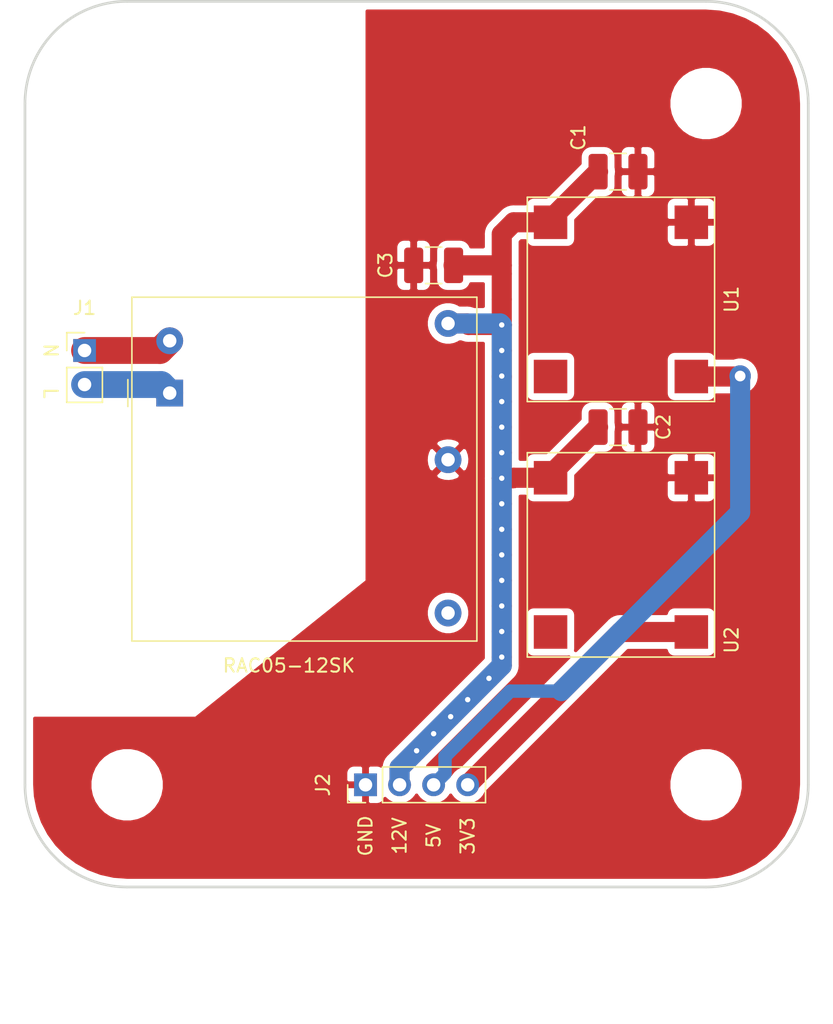
<source format=kicad_pcb>
(kicad_pcb (version 20171130) (host pcbnew "(5.1.2)-1")

  (general
    (thickness 1.6)
    (drawings 16)
    (tracks 89)
    (zones 0)
    (modules 12)
    (nets 10)
  )

  (page A4)
  (layers
    (0 F.Cu signal)
    (31 B.Cu signal)
    (32 B.Adhes user)
    (33 F.Adhes user)
    (34 B.Paste user)
    (35 F.Paste user)
    (36 B.SilkS user)
    (37 F.SilkS user)
    (38 B.Mask user)
    (39 F.Mask user)
    (40 Dwgs.User user)
    (41 Cmts.User user)
    (42 Eco1.User user)
    (43 Eco2.User user)
    (44 Edge.Cuts user)
    (45 Margin user)
    (46 B.CrtYd user)
    (47 F.CrtYd user)
    (48 B.Fab user)
    (49 F.Fab user)
  )

  (setup
    (last_trace_width 0.25)
    (trace_clearance 0.2)
    (zone_clearance 0.508)
    (zone_45_only no)
    (trace_min 0.2)
    (via_size 0.8)
    (via_drill 0.4)
    (via_min_size 0.4)
    (via_min_drill 0.3)
    (uvia_size 0.3)
    (uvia_drill 0.1)
    (uvias_allowed no)
    (uvia_min_size 0.2)
    (uvia_min_drill 0.1)
    (edge_width 0.05)
    (segment_width 0.2)
    (pcb_text_width 0.3)
    (pcb_text_size 1.5 1.5)
    (mod_edge_width 0.12)
    (mod_text_size 1 1)
    (mod_text_width 0.15)
    (pad_size 2.5 2.5)
    (pad_drill 0)
    (pad_to_mask_clearance 0.051)
    (solder_mask_min_width 0.25)
    (aux_axis_origin 0 0)
    (visible_elements 7FFFFFFF)
    (pcbplotparams
      (layerselection 0x010fc_ffffffff)
      (usegerberextensions false)
      (usegerberattributes false)
      (usegerberadvancedattributes false)
      (creategerberjobfile false)
      (excludeedgelayer true)
      (linewidth 0.100000)
      (plotframeref false)
      (viasonmask false)
      (mode 1)
      (useauxorigin false)
      (hpglpennumber 1)
      (hpglpenspeed 20)
      (hpglpendiameter 15.000000)
      (psnegative false)
      (psa4output false)
      (plotreference true)
      (plotvalue true)
      (plotinvisibletext false)
      (padsonsilk false)
      (subtractmaskfromsilk false)
      (outputformat 1)
      (mirror false)
      (drillshape 0)
      (scaleselection 1)
      (outputdirectory "GERBERS/"))
  )

  (net 0 "")
  (net 1 N)
  (net 2 L)
  (net 3 +5V)
  (net 4 GND)
  (net 5 +12V)
  (net 6 "Net-(PS1-Pad3)")
  (net 7 "Net-(U1-Pad4)")
  (net 8 +3V3)
  (net 9 "Net-(U2-Pad4)")

  (net_class Default "This is the default net class."
    (clearance 0.2)
    (trace_width 0.25)
    (via_dia 0.8)
    (via_drill 0.4)
    (uvia_dia 0.3)
    (uvia_drill 0.1)
    (add_net "Net-(PS1-Pad3)")
    (add_net "Net-(U1-Pad4)")
    (add_net "Net-(U2-Pad4)")
  )

  (net_class MAINS ""
    (clearance 0.2)
    (trace_width 2)
    (via_dia 0.8)
    (via_drill 0.4)
    (uvia_dia 0.3)
    (uvia_drill 0.1)
    (add_net L)
    (add_net N)
  )

  (net_class PWR ""
    (clearance 0.2)
    (trace_width 1.5)
    (via_dia 0.8)
    (via_drill 0.4)
    (uvia_dia 0.3)
    (uvia_drill 0.1)
    (add_net +12V)
    (add_net +3V3)
    (add_net +5V)
    (add_net GND)
  )

  (module MountingHole:MountingHole_4.3mm_M4 (layer F.Cu) (tedit 56D1B4CB) (tstamp 5CE84AA2)
    (at 119.38 58.42)
    (descr "Mounting Hole 4.3mm, no annular, M4")
    (tags "mounting hole 4.3mm no annular m4")
    (attr virtual)
    (fp_text reference REF** (at 0 -5.3) (layer F.Fab)
      (effects (font (size 1 1) (thickness 0.15)))
    )
    (fp_text value MountingHole_4.3mm_M4 (at 0 5.3) (layer F.Fab)
      (effects (font (size 1 1) (thickness 0.15)))
    )
    (fp_circle (center 0 0) (end 4.55 0) (layer F.CrtYd) (width 0.05))
    (fp_circle (center 0 0) (end 4.3 0) (layer Cmts.User) (width 0.15))
    (fp_text user %R (at 0.3 0) (layer F.Fab)
      (effects (font (size 1 1) (thickness 0.15)))
    )
    (pad 1 np_thru_hole circle (at 0 0) (size 4.3 4.3) (drill 4.3) (layers *.Cu *.Mask))
  )

  (module MountingHole:MountingHole_4.3mm_M4 (layer F.Cu) (tedit 56D1B4CB) (tstamp 5CE84AF9)
    (at 119.38 109.22)
    (descr "Mounting Hole 4.3mm, no annular, M4")
    (tags "mounting hole 4.3mm no annular m4")
    (attr virtual)
    (fp_text reference REF** (at 0 -5.3) (layer F.Fab)
      (effects (font (size 1 1) (thickness 0.15)))
    )
    (fp_text value MountingHole_4.3mm_M4 (at 0 5.3) (layer F.Fab)
      (effects (font (size 1 1) (thickness 0.15)))
    )
    (fp_circle (center 0 0) (end 4.55 0) (layer F.CrtYd) (width 0.05))
    (fp_circle (center 0 0) (end 4.3 0) (layer Cmts.User) (width 0.15))
    (fp_text user %R (at 0.3 0) (layer F.Fab)
      (effects (font (size 1 1) (thickness 0.15)))
    )
    (pad 1 np_thru_hole circle (at 0 0) (size 4.3 4.3) (drill 4.3) (layers *.Cu *.Mask))
  )

  (module MountingHole:MountingHole_4.3mm_M4 (layer F.Cu) (tedit 56D1B4CB) (tstamp 5CE84ADC)
    (at 76.2 109.22)
    (descr "Mounting Hole 4.3mm, no annular, M4")
    (tags "mounting hole 4.3mm no annular m4")
    (attr virtual)
    (fp_text reference REF** (at 0 -5.3) (layer F.Fab)
      (effects (font (size 1 1) (thickness 0.15)))
    )
    (fp_text value MountingHole_4.3mm_M4 (at 0 5.3) (layer F.Fab)
      (effects (font (size 1 1) (thickness 0.15)))
    )
    (fp_circle (center 0 0) (end 4.55 0) (layer F.CrtYd) (width 0.05))
    (fp_circle (center 0 0) (end 4.3 0) (layer Cmts.User) (width 0.15))
    (fp_text user %R (at 0.3 0) (layer F.Fab)
      (effects (font (size 1 1) (thickness 0.15)))
    )
    (pad 1 np_thru_hole circle (at 0 0) (size 4.3 4.3) (drill 4.3) (layers *.Cu *.Mask))
  )

  (module MountingHole:MountingHole_4.3mm_M4 (layer F.Cu) (tedit 56D1B4CB) (tstamp 5CE84ABF)
    (at 76.2 58.42)
    (descr "Mounting Hole 4.3mm, no annular, M4")
    (tags "mounting hole 4.3mm no annular m4")
    (attr virtual)
    (fp_text reference REF** (at 0 -5.3) (layer F.Fab)
      (effects (font (size 1 1) (thickness 0.15)))
    )
    (fp_text value MountingHole_4.3mm_M4 (at 0 5.3) (layer F.Fab)
      (effects (font (size 1 1) (thickness 0.15)))
    )
    (fp_circle (center 0 0) (end 4.55 0) (layer F.CrtYd) (width 0.05))
    (fp_circle (center 0 0) (end 4.3 0) (layer Cmts.User) (width 0.15))
    (fp_text user %R (at 0.3 0) (layer F.Fab)
      (effects (font (size 1 1) (thickness 0.15)))
    )
    (pad 1 np_thru_hole circle (at 0 0) (size 4.3 4.3) (drill 4.3) (layers *.Cu *.Mask))
  )

  (module Capacitor_SMD:C_1210_3225Metric_Pad1.42x2.65mm_HandSolder (layer F.Cu) (tedit 5B301BBE) (tstamp 5CEED142)
    (at 112.8125 63.5)
    (descr "Capacitor SMD 1210 (3225 Metric), square (rectangular) end terminal, IPC_7351 nominal with elongated pad for handsoldering. (Body size source: http://www.tortai-tech.com/upload/download/2011102023233369053.pdf), generated with kicad-footprint-generator")
    (tags "capacitor handsolder")
    (path /5CE85F06)
    (attr smd)
    (fp_text reference C1 (at -2.9575 -2.54 90) (layer F.SilkS)
      (effects (font (size 1 1) (thickness 0.15)))
    )
    (fp_text value 10uF (at 0 2.28) (layer F.Fab)
      (effects (font (size 1 1) (thickness 0.15)))
    )
    (fp_line (start -1.6 1.25) (end -1.6 -1.25) (layer F.Fab) (width 0.1))
    (fp_line (start -1.6 -1.25) (end 1.6 -1.25) (layer F.Fab) (width 0.1))
    (fp_line (start 1.6 -1.25) (end 1.6 1.25) (layer F.Fab) (width 0.1))
    (fp_line (start 1.6 1.25) (end -1.6 1.25) (layer F.Fab) (width 0.1))
    (fp_line (start -0.602064 -1.36) (end 0.602064 -1.36) (layer F.SilkS) (width 0.12))
    (fp_line (start -0.602064 1.36) (end 0.602064 1.36) (layer F.SilkS) (width 0.12))
    (fp_line (start -2.45 1.58) (end -2.45 -1.58) (layer F.CrtYd) (width 0.05))
    (fp_line (start -2.45 -1.58) (end 2.45 -1.58) (layer F.CrtYd) (width 0.05))
    (fp_line (start 2.45 -1.58) (end 2.45 1.58) (layer F.CrtYd) (width 0.05))
    (fp_line (start 2.45 1.58) (end -2.45 1.58) (layer F.CrtYd) (width 0.05))
    (fp_text user %R (at 0 0) (layer F.Fab)
      (effects (font (size 0.8 0.8) (thickness 0.12)))
    )
    (pad 1 smd roundrect (at -1.4875 0) (size 1.425 2.65) (layers F.Cu F.Paste F.Mask) (roundrect_rratio 0.175439)
      (net 5 +12V))
    (pad 2 smd roundrect (at 1.4875 0) (size 1.425 2.65) (layers F.Cu F.Paste F.Mask) (roundrect_rratio 0.175439)
      (net 4 GND))
    (model ${KISYS3DMOD}/Capacitor_SMD.3dshapes/C_1210_3225Metric.wrl
      (at (xyz 0 0 0))
      (scale (xyz 1 1 1))
      (rotate (xyz 0 0 0))
    )
  )

  (module Capacitor_SMD:C_1210_3225Metric_Pad1.42x2.65mm_HandSolder (layer F.Cu) (tedit 5B301BBE) (tstamp 5CEED153)
    (at 112.8125 82.55)
    (descr "Capacitor SMD 1210 (3225 Metric), square (rectangular) end terminal, IPC_7351 nominal with elongated pad for handsoldering. (Body size source: http://www.tortai-tech.com/upload/download/2011102023233369053.pdf), generated with kicad-footprint-generator")
    (tags "capacitor handsolder")
    (path /5CE864CB)
    (attr smd)
    (fp_text reference C2 (at 3.3925 0 90) (layer F.SilkS)
      (effects (font (size 1 1) (thickness 0.15)))
    )
    (fp_text value 10uF (at 0 2.28) (layer F.Fab)
      (effects (font (size 1 1) (thickness 0.15)))
    )
    (fp_text user %R (at 0 0) (layer F.Fab)
      (effects (font (size 0.8 0.8) (thickness 0.12)))
    )
    (fp_line (start 2.45 1.58) (end -2.45 1.58) (layer F.CrtYd) (width 0.05))
    (fp_line (start 2.45 -1.58) (end 2.45 1.58) (layer F.CrtYd) (width 0.05))
    (fp_line (start -2.45 -1.58) (end 2.45 -1.58) (layer F.CrtYd) (width 0.05))
    (fp_line (start -2.45 1.58) (end -2.45 -1.58) (layer F.CrtYd) (width 0.05))
    (fp_line (start -0.602064 1.36) (end 0.602064 1.36) (layer F.SilkS) (width 0.12))
    (fp_line (start -0.602064 -1.36) (end 0.602064 -1.36) (layer F.SilkS) (width 0.12))
    (fp_line (start 1.6 1.25) (end -1.6 1.25) (layer F.Fab) (width 0.1))
    (fp_line (start 1.6 -1.25) (end 1.6 1.25) (layer F.Fab) (width 0.1))
    (fp_line (start -1.6 -1.25) (end 1.6 -1.25) (layer F.Fab) (width 0.1))
    (fp_line (start -1.6 1.25) (end -1.6 -1.25) (layer F.Fab) (width 0.1))
    (pad 2 smd roundrect (at 1.4875 0) (size 1.425 2.65) (layers F.Cu F.Paste F.Mask) (roundrect_rratio 0.175439)
      (net 4 GND))
    (pad 1 smd roundrect (at -1.4875 0) (size 1.425 2.65) (layers F.Cu F.Paste F.Mask) (roundrect_rratio 0.175439)
      (net 5 +12V))
    (model ${KISYS3DMOD}/Capacitor_SMD.3dshapes/C_1210_3225Metric.wrl
      (at (xyz 0 0 0))
      (scale (xyz 1 1 1))
      (rotate (xyz 0 0 0))
    )
  )

  (module Capacitor_SMD:C_1210_3225Metric_Pad1.42x2.65mm_HandSolder (layer F.Cu) (tedit 5B301BBE) (tstamp 5CEED164)
    (at 99.06 70.485 180)
    (descr "Capacitor SMD 1210 (3225 Metric), square (rectangular) end terminal, IPC_7351 nominal with elongated pad for handsoldering. (Body size source: http://www.tortai-tech.com/upload/download/2011102023233369053.pdf), generated with kicad-footprint-generator")
    (tags "capacitor handsolder")
    (path /5CE89A6A)
    (attr smd)
    (fp_text reference C3 (at 3.5925 0 90) (layer F.SilkS)
      (effects (font (size 1 1) (thickness 0.15)))
    )
    (fp_text value 10uF (at 0 2.28) (layer F.Fab)
      (effects (font (size 1 1) (thickness 0.15)))
    )
    (fp_line (start -1.6 1.25) (end -1.6 -1.25) (layer F.Fab) (width 0.1))
    (fp_line (start -1.6 -1.25) (end 1.6 -1.25) (layer F.Fab) (width 0.1))
    (fp_line (start 1.6 -1.25) (end 1.6 1.25) (layer F.Fab) (width 0.1))
    (fp_line (start 1.6 1.25) (end -1.6 1.25) (layer F.Fab) (width 0.1))
    (fp_line (start -0.602064 -1.36) (end 0.602064 -1.36) (layer F.SilkS) (width 0.12))
    (fp_line (start -0.602064 1.36) (end 0.602064 1.36) (layer F.SilkS) (width 0.12))
    (fp_line (start -2.45 1.58) (end -2.45 -1.58) (layer F.CrtYd) (width 0.05))
    (fp_line (start -2.45 -1.58) (end 2.45 -1.58) (layer F.CrtYd) (width 0.05))
    (fp_line (start 2.45 -1.58) (end 2.45 1.58) (layer F.CrtYd) (width 0.05))
    (fp_line (start 2.45 1.58) (end -2.45 1.58) (layer F.CrtYd) (width 0.05))
    (fp_text user %R (at 0 0) (layer F.Fab)
      (effects (font (size 0.8 0.8) (thickness 0.12)))
    )
    (pad 1 smd roundrect (at -1.4875 0 180) (size 1.425 2.65) (layers F.Cu F.Paste F.Mask) (roundrect_rratio 0.175439)
      (net 5 +12V))
    (pad 2 smd roundrect (at 1.4875 0 180) (size 1.425 2.65) (layers F.Cu F.Paste F.Mask) (roundrect_rratio 0.175439)
      (net 4 GND))
    (model ${KISYS3DMOD}/Capacitor_SMD.3dshapes/C_1210_3225Metric.wrl
      (at (xyz 0 0 0))
      (scale (xyz 1 1 1))
      (rotate (xyz 0 0 0))
    )
  )

  (module Connector_PinHeader_2.54mm:PinHeader_1x02_P2.54mm_Vertical (layer F.Cu) (tedit 59FED5CC) (tstamp 5CEED17A)
    (at 73.025 76.835)
    (descr "Through hole straight pin header, 1x02, 2.54mm pitch, single row")
    (tags "Through hole pin header THT 1x02 2.54mm single row")
    (path /5CE5DFCD)
    (fp_text reference J1 (at 0 -3.175) (layer F.SilkS)
      (effects (font (size 1 1) (thickness 0.15)))
    )
    (fp_text value Conn_01x02 (at 0 4.87) (layer F.Fab)
      (effects (font (size 1 1) (thickness 0.15)))
    )
    (fp_line (start -0.635 -1.27) (end 1.27 -1.27) (layer F.Fab) (width 0.1))
    (fp_line (start 1.27 -1.27) (end 1.27 3.81) (layer F.Fab) (width 0.1))
    (fp_line (start 1.27 3.81) (end -1.27 3.81) (layer F.Fab) (width 0.1))
    (fp_line (start -1.27 3.81) (end -1.27 -0.635) (layer F.Fab) (width 0.1))
    (fp_line (start -1.27 -0.635) (end -0.635 -1.27) (layer F.Fab) (width 0.1))
    (fp_line (start -1.33 3.87) (end 1.33 3.87) (layer F.SilkS) (width 0.12))
    (fp_line (start -1.33 1.27) (end -1.33 3.87) (layer F.SilkS) (width 0.12))
    (fp_line (start 1.33 1.27) (end 1.33 3.87) (layer F.SilkS) (width 0.12))
    (fp_line (start -1.33 1.27) (end 1.33 1.27) (layer F.SilkS) (width 0.12))
    (fp_line (start -1.33 0) (end -1.33 -1.33) (layer F.SilkS) (width 0.12))
    (fp_line (start -1.33 -1.33) (end 0 -1.33) (layer F.SilkS) (width 0.12))
    (fp_line (start -1.8 -1.8) (end -1.8 4.35) (layer F.CrtYd) (width 0.05))
    (fp_line (start -1.8 4.35) (end 1.8 4.35) (layer F.CrtYd) (width 0.05))
    (fp_line (start 1.8 4.35) (end 1.8 -1.8) (layer F.CrtYd) (width 0.05))
    (fp_line (start 1.8 -1.8) (end -1.8 -1.8) (layer F.CrtYd) (width 0.05))
    (fp_text user %R (at 0 1.27 90) (layer F.Fab)
      (effects (font (size 1 1) (thickness 0.15)))
    )
    (pad 1 thru_hole rect (at 0 0) (size 1.7 1.7) (drill 1) (layers *.Cu *.Mask)
      (net 1 N))
    (pad 2 thru_hole oval (at 0 2.54) (size 1.7 1.7) (drill 1) (layers *.Cu *.Mask)
      (net 2 L))
    (model ${KISYS3DMOD}/Connector_PinHeader_2.54mm.3dshapes/PinHeader_1x02_P2.54mm_Vertical.wrl
      (at (xyz 0 0 0))
      (scale (xyz 1 1 1))
      (rotate (xyz 0 0 0))
    )
  )

  (module Connector_PinHeader_2.54mm:PinHeader_1x04_P2.54mm_Vertical (layer F.Cu) (tedit 59FED5CC) (tstamp 5CEED192)
    (at 93.98 109.22 90)
    (descr "Through hole straight pin header, 1x04, 2.54mm pitch, single row")
    (tags "Through hole pin header THT 1x04 2.54mm single row")
    (path /5CE6D22F)
    (fp_text reference J2 (at 0 -3.175 90) (layer F.SilkS)
      (effects (font (size 1 1) (thickness 0.15)))
    )
    (fp_text value GND (at -3.81 0 270) (layer F.SilkS)
      (effects (font (size 1 1) (thickness 0.15)))
    )
    (fp_line (start -0.635 -1.27) (end 1.27 -1.27) (layer F.Fab) (width 0.1))
    (fp_line (start 1.27 -1.27) (end 1.27 8.89) (layer F.Fab) (width 0.1))
    (fp_line (start 1.27 8.89) (end -1.27 8.89) (layer F.Fab) (width 0.1))
    (fp_line (start -1.27 8.89) (end -1.27 -0.635) (layer F.Fab) (width 0.1))
    (fp_line (start -1.27 -0.635) (end -0.635 -1.27) (layer F.Fab) (width 0.1))
    (fp_line (start -1.33 8.95) (end 1.33 8.95) (layer F.SilkS) (width 0.12))
    (fp_line (start -1.33 1.27) (end -1.33 8.95) (layer F.SilkS) (width 0.12))
    (fp_line (start 1.33 1.27) (end 1.33 8.95) (layer F.SilkS) (width 0.12))
    (fp_line (start -1.33 1.27) (end 1.33 1.27) (layer F.SilkS) (width 0.12))
    (fp_line (start -1.33 0) (end -1.33 -1.33) (layer F.SilkS) (width 0.12))
    (fp_line (start -1.33 -1.33) (end 0 -1.33) (layer F.SilkS) (width 0.12))
    (fp_line (start -1.8 -1.8) (end -1.8 9.4) (layer F.CrtYd) (width 0.05))
    (fp_line (start -1.8 9.4) (end 1.8 9.4) (layer F.CrtYd) (width 0.05))
    (fp_line (start 1.8 9.4) (end 1.8 -1.8) (layer F.CrtYd) (width 0.05))
    (fp_line (start 1.8 -1.8) (end -1.8 -1.8) (layer F.CrtYd) (width 0.05))
    (fp_text user %R (at 0 3.81) (layer F.Fab)
      (effects (font (size 1 1) (thickness 0.15)))
    )
    (pad 1 thru_hole rect (at 0 0 90) (size 1.7 1.7) (drill 1) (layers *.Cu *.Mask)
      (net 4 GND))
    (pad 2 thru_hole oval (at 0 2.54 90) (size 1.7 1.7) (drill 1) (layers *.Cu *.Mask)
      (net 5 +12V))
    (pad 3 thru_hole oval (at 0 5.08 90) (size 1.7 1.7) (drill 1) (layers *.Cu *.Mask)
      (net 3 +5V))
    (pad 4 thru_hole oval (at 0 7.62 90) (size 1.7 1.7) (drill 1) (layers *.Cu *.Mask)
      (net 8 +3V3))
    (model ${KISYS3DMOD}/Connector_PinHeader_2.54mm.3dshapes/PinHeader_1x04_P2.54mm_Vertical.wrl
      (at (xyz 0 0 0))
      (scale (xyz 1 1 1))
      (rotate (xyz 0 0 0))
    )
  )

  (module Converter_ACDC:Converter_ACDC_RECOM_RAC05-xxSK_THT (layer F.Cu) (tedit 5C1D09C1) (tstamp 5CEED1AC)
    (at 79.375 80.01 180)
    (descr https://www.recom-power.com/pdf/Powerline-AC-DC/RAC05-K.pdf)
    (tags "recom power ac dc")
    (path /5CE5B5F6)
    (fp_text reference RAC05-12SK (at -8.89 -20.32 180) (layer F.SilkS)
      (effects (font (size 1 1) (thickness 0.15)))
    )
    (fp_text value RAC05-12SK (at -8.14 -5.63 90) (layer F.Fab)
      (effects (font (size 1 1) (thickness 0.15)))
    )
    (fp_line (start 2.82 7.15) (end 2.82 -18.49) (layer F.SilkS) (width 0.12))
    (fp_line (start 2.82 -18.49) (end -22.91 -18.49) (layer F.SilkS) (width 0.12))
    (fp_line (start -22.91 -18.49) (end -22.91 7.15) (layer F.SilkS) (width 0.12))
    (fp_line (start 2.82 7.15) (end -22.91 7.15) (layer F.SilkS) (width 0.12))
    (fp_line (start -23.16 7.4) (end 3.07 7.4) (layer F.CrtYd) (width 0.05))
    (fp_line (start -23.16 -18.74) (end -23.16 7.4) (layer F.CrtYd) (width 0.05))
    (fp_line (start 3.07 -18.74) (end -23.16 -18.74) (layer F.CrtYd) (width 0.05))
    (fp_line (start 3.07 -18.74) (end 3.07 7.4) (layer F.CrtYd) (width 0.05))
    (fp_line (start -22.79 -18.37) (end -22.79 7.03) (layer F.Fab) (width 0.1))
    (fp_line (start 2.7 -18.37) (end -22.79 -18.37) (layer F.Fab) (width 0.1))
    (fp_line (start 2.7 7.03) (end -22.79 7.03) (layer F.Fab) (width 0.1))
    (fp_line (start 2.7 7.03) (end 2.7 1) (layer F.Fab) (width 0.1))
    (fp_text user %R (at -10.64 -5.57 90) (layer F.Fab)
      (effects (font (size 2 2) (thickness 0.2)))
    )
    (fp_line (start 3.12 1) (end 3.12 -1) (layer F.SilkS) (width 0.12))
    (fp_line (start 2.7 1) (end 1.7 0) (layer F.Fab) (width 0.1))
    (fp_line (start 2.7 -1) (end 1.7 0) (layer F.Fab) (width 0.1))
    (fp_line (start 2.7 -1) (end 2.7 -18.37) (layer F.Fab) (width 0.1))
    (pad 1 thru_hole rect (at 0 0 90) (size 2 2) (drill 1) (layers *.Cu *.Mask)
      (net 2 L))
    (pad 2 thru_hole circle (at 0 3.9 90) (size 2 2) (drill 1) (layers *.Cu *.Mask)
      (net 1 N))
    (pad 4 thru_hole circle (at -20.76 -4.97 90) (size 2 2) (drill 1) (layers *.Cu *.Mask)
      (net 4 GND))
    (pad 3 thru_hole circle (at -20.76 -16.4) (size 2 2) (drill 1) (layers *.Cu *.Mask)
      (net 6 "Net-(PS1-Pad3)"))
    (pad 5 thru_hole circle (at -20.76 5.19 90) (size 2 2) (drill 1) (layers *.Cu *.Mask)
      (net 5 +12V))
    (model "C:/Users/jhill/Documents/KiCad/Generic RECOM/3D/RAC05-SK_3D_20180213.step"
      (offset (xyz -10 5.5 0))
      (scale (xyz 1 1 1))
      (rotate (xyz -90 0 0))
    )
  )

  (module RECOM:ROF-78E (layer F.Cu) (tedit 5CE5AA6D) (tstamp 5CEED1BC)
    (at 113.03 73.025)
    (path /5CE5C9E1)
    (fp_text reference U1 (at 8.255 0 90) (layer F.SilkS)
      (effects (font (size 1 1) (thickness 0.15)))
    )
    (fp_text value ROF-78E5.0-0.5 (at 0 0) (layer F.Fab)
      (effects (font (size 1 1) (thickness 0.15)))
    )
    (fp_line (start -6.25 -6.75) (end -6.25 6.75) (layer F.CrtYd) (width 0.12))
    (fp_line (start -6.25 6.75) (end 6.25 6.75) (layer F.CrtYd) (width 0.12))
    (fp_line (start 6.25 6.75) (end 6.25 -6.75) (layer F.CrtYd) (width 0.12))
    (fp_line (start 6.25 -6.75) (end -6.25 -6.75) (layer F.CrtYd) (width 0.12))
    (fp_line (start -6.985 -7.62) (end -6.985 7.62) (layer F.SilkS) (width 0.12))
    (fp_line (start -6.985 7.62) (end 6.985 7.62) (layer F.SilkS) (width 0.12))
    (fp_line (start 6.985 7.62) (end 6.985 -7.62) (layer F.SilkS) (width 0.12))
    (fp_line (start 6.985 -7.62) (end -6.985 -7.62) (layer F.SilkS) (width 0.12))
    (pad 1 smd rect (at -5.25 -5.75) (size 2.5 2.5) (layers F.Cu F.Paste F.Mask)
      (net 5 +12V))
    (pad 4 smd rect (at -5.25 5.75) (size 2.5 2.5) (layers F.Cu F.Paste F.Mask)
      (net 7 "Net-(U1-Pad4)"))
    (pad 3 smd rect (at 5.25 5.75) (size 2.5 2.5) (layers F.Cu F.Paste F.Mask)
      (net 3 +5V))
    (pad 2 smd rect (at 5.25 -5.75) (size 2.5 2.5) (layers F.Cu F.Paste F.Mask)
      (net 4 GND))
    (model "C:/Users/jhill/Documents/KiCad/Generic RECOM/3D/ROF-78E.stp"
      (offset (xyz 0 0 1.1))
      (scale (xyz 1 1 1))
      (rotate (xyz -90 0 0))
    )
  )

  (module RECOM:ROF-78E (layer F.Cu) (tedit 5CEED96B) (tstamp 5CEED1CC)
    (at 113.03 92.075)
    (path /5CE69717)
    (fp_text reference U2 (at 8.255 6.35 90) (layer F.SilkS)
      (effects (font (size 1 1) (thickness 0.15)))
    )
    (fp_text value ROF-78E3.3-0.5 (at 0 0) (layer F.Fab)
      (effects (font (size 1 1) (thickness 0.15)))
    )
    (fp_line (start 6.985 -7.62) (end -6.985 -7.62) (layer F.SilkS) (width 0.12))
    (fp_line (start 6.985 7.62) (end 6.985 -7.62) (layer F.SilkS) (width 0.12))
    (fp_line (start -6.985 7.62) (end 6.985 7.62) (layer F.SilkS) (width 0.12))
    (fp_line (start -6.985 -7.62) (end -6.985 7.62) (layer F.SilkS) (width 0.12))
    (fp_line (start 6.25 -6.75) (end -6.25 -6.75) (layer F.CrtYd) (width 0.12))
    (fp_line (start 6.25 6.75) (end 6.25 -6.75) (layer F.CrtYd) (width 0.12))
    (fp_line (start -6.25 6.75) (end 6.25 6.75) (layer F.CrtYd) (width 0.12))
    (fp_line (start -6.25 -6.75) (end -6.25 6.75) (layer F.CrtYd) (width 0.12))
    (pad 2 smd rect (at 5.25 -5.75) (size 2.5 2.5) (layers F.Cu F.Paste F.Mask)
      (net 4 GND))
    (pad 3 smd rect (at 5.25 5.75) (size 2.5 2.5) (layers F.Cu F.Paste F.Mask)
      (net 8 +3V3))
    (pad 4 smd rect (at -5.25 5.75) (size 2.5 2.5) (layers F.Cu F.Paste F.Mask)
      (net 9 "Net-(U2-Pad4)"))
    (pad 1 smd rect (at -5.25 -5.75) (size 2.5 2.5) (layers F.Cu F.Paste F.Mask)
      (net 5 +12V))
    (model "C:/Users/jhill/Documents/KiCad/Generic RECOM/3D/ROF-78E.stp"
      (offset (xyz 0 0 1.1))
      (scale (xyz 1 1 1))
      (rotate (xyz -90 0 0))
    )
  )

  (gr_text N (at 70.485 76.835 270) (layer F.SilkS) (tstamp 5CEEE79E)
    (effects (font (size 1 1) (thickness 0.15)))
  )
  (gr_text L (at 70.485 80.01 270) (layer F.SilkS)
    (effects (font (size 1 1) (thickness 0.15)))
  )
  (gr_text 3V3 (at 101.6 113.03 90) (layer F.SilkS) (tstamp 5CEEE67D)
    (effects (font (size 1 1) (thickness 0.15)))
  )
  (gr_text 5V (at 99.06 113.03 90) (layer F.SilkS) (tstamp 5CEEE67D)
    (effects (font (size 1 1) (thickness 0.15)))
  )
  (gr_text 12V (at 96.52 113.03 90) (layer F.SilkS)
    (effects (font (size 1 1) (thickness 0.15)))
  )
  (gr_line (start 68.58 58.42) (end 68.58 109.22) (layer Edge.Cuts) (width 0.2) (tstamp 5CE84B92))
  (gr_line (start 127 109.22) (end 127 58.42) (layer Edge.Cuts) (width 0.2) (tstamp 5CE84B91))
  (gr_line (start 76.2 116.84) (end 119.38 116.84) (layer Edge.Cuts) (width 0.2) (tstamp 5CE84B90))
  (gr_line (start 119.38 50.8) (end 76.2 50.8) (layer Edge.Cuts) (width 0.2) (tstamp 5CE84B8F))
  (gr_arc (start 76.2 109.22) (end 68.58 109.22) (angle -90) (layer Edge.Cuts) (width 0.2))
  (gr_arc (start 76.2 58.42) (end 76.2 50.8) (angle -90) (layer Edge.Cuts) (width 0.2))
  (gr_arc (start 119.38 109.22) (end 119.38 116.84) (angle -90) (layer Edge.Cuts) (width 0.2))
  (gr_arc (start 119.38 58.42) (end 127 58.42) (angle -90) (layer Edge.Cuts) (width 0.2))
  (gr_line (start 119.38 58.42) (end 119.38 127) (layer F.Fab) (width 0.15))
  (gr_line (start 76.2 58.42) (end 76.2 127) (layer F.Fab) (width 0.15))
  (gr_line (start 119.38 58.42) (end 76.2 58.42) (layer F.Fab) (width 0.15))

  (via (at 121.92 78.74) (size 1.6) (drill 0.8) (layers F.Cu B.Cu) (net 3))
  (segment (start 78.65 76.835) (end 79.375 76.11) (width 2) (layer F.Cu) (net 1))
  (segment (start 73.025 76.835) (end 78.65 76.835) (width 2) (layer F.Cu) (net 1))
  (segment (start 78.74 79.375) (end 79.375 80.01) (width 2) (layer B.Cu) (net 2))
  (segment (start 73.025 79.375) (end 78.74 79.375) (width 2) (layer B.Cu) (net 2))
  (segment (start 121.885 78.775) (end 121.92 78.74) (width 1.5) (layer F.Cu) (net 3))
  (segment (start 118.28 78.775) (end 121.885 78.775) (width 1.5) (layer F.Cu) (net 3))
  (segment (start 99.909999 108.370001) (end 99.909999 107.100001) (width 1) (layer B.Cu) (net 3))
  (segment (start 104.775 102.235) (end 106.045 102.235) (width 1) (layer B.Cu) (net 3))
  (segment (start 99.909999 107.100001) (end 100.6475 106.3625) (width 1) (layer B.Cu) (net 3))
  (segment (start 99.06 109.22) (end 99.909999 108.370001) (width 1) (layer B.Cu) (net 3))
  (segment (start 121.92 83.185) (end 121.92 78.74) (width 1.5) (layer B.Cu) (net 3))
  (segment (start 108.585 102.235) (end 121.92 88.9) (width 1.5) (layer B.Cu) (net 3))
  (segment (start 121.92 88.9) (end 121.92 83.185) (width 1.5) (layer B.Cu) (net 3))
  (segment (start 108.585 102.235) (end 108.585 102.235) (width 1) (layer B.Cu) (net 3) (tstamp 5CEEDFA1))
  (segment (start 96.52 107.95) (end 96.52 109.22) (width 1.5) (layer F.Cu) (net 5))
  (segment (start 104.14 100.33) (end 103.1875 101.2825) (width 1.5) (layer F.Cu) (net 5))
  (segment (start 104.995 86.36) (end 104.14 86.36) (width 1.5) (layer F.Cu) (net 5))
  (segment (start 105.03 86.325) (end 104.995 86.36) (width 1.5) (layer F.Cu) (net 5))
  (segment (start 107.78 86.325) (end 105.03 86.325) (width 1.5) (layer F.Cu) (net 5))
  (segment (start 104.14 78.825) (end 104.14 80.645) (width 1.5) (layer F.Cu) (net 5))
  (segment (start 104.14 86.36) (end 104.14 88.265) (width 1.5) (layer F.Cu) (net 5))
  (segment (start 105.03 67.275) (end 104.14 68.165) (width 1.5) (layer F.Cu) (net 5))
  (segment (start 107.78 67.275) (end 105.03 67.275) (width 1.5) (layer F.Cu) (net 5))
  (segment (start 101.659213 74.93) (end 102.235 74.93) (width 1.5) (layer F.Cu) (net 5))
  (segment (start 101.549213 74.82) (end 101.659213 74.93) (width 1.5) (layer F.Cu) (net 5))
  (segment (start 100.135 74.82) (end 101.549213 74.82) (width 1.5) (layer F.Cu) (net 5))
  (segment (start 104.14 74.93) (end 104.14 74.93) (width 1.5) (layer F.Cu) (net 5))
  (segment (start 100.5475 70.485) (end 104.14 70.485) (width 1.5) (layer F.Cu) (net 5))
  (segment (start 104.14 68.165) (end 104.14 70.485) (width 1.5) (layer F.Cu) (net 5))
  (segment (start 104.14 70.485) (end 104.14 71.12) (width 1.5) (layer F.Cu) (net 5))
  (segment (start 104.03 74.82) (end 100.135 74.82) (width 1.5) (layer B.Cu) (net 5))
  (segment (start 104.14 74.93) (end 104.03 74.82) (width 1.5) (layer B.Cu) (net 5))
  (segment (start 104.14 100.33) (end 104.14 74.93) (width 1.5) (layer B.Cu) (net 5))
  (segment (start 96.52 109.22) (end 96.52 107.95) (width 1.5) (layer B.Cu) (net 5))
  (segment (start 96.52 107.95) (end 104.14 100.33) (width 1.5) (layer B.Cu) (net 5))
  (segment (start 104.14 74.93) (end 104.14 76.835) (width 1.5) (layer F.Cu) (net 5) (tstamp 5CEEDC9C))
  (via (at 104.14 74.93) (size 0.8) (drill 0.4) (layers F.Cu B.Cu) (net 5))
  (segment (start 104.14 73.025) (end 104.14 74.93) (width 1.5) (layer F.Cu) (net 5) (tstamp 5CEEDCA3))
  (segment (start 104.14 71.12) (end 104.14 73.025) (width 1.5) (layer F.Cu) (net 5) (tstamp 5CEEDCA5))
  (segment (start 104.14 76.835) (end 104.14 78.74) (width 1.5) (layer F.Cu) (net 5) (tstamp 5CEEDCA7))
  (via (at 104.14 76.835) (size 0.8) (drill 0.4) (layers F.Cu B.Cu) (net 5))
  (segment (start 104.14 78.74) (end 104.14 78.825) (width 1.5) (layer F.Cu) (net 5) (tstamp 5CEEDCA9))
  (via (at 104.14 78.74) (size 0.8) (drill 0.4) (layers F.Cu B.Cu) (net 5))
  (segment (start 104.14 80.645) (end 104.14 82.55) (width 1.5) (layer F.Cu) (net 5) (tstamp 5CEEDCAB))
  (via (at 104.14 80.645) (size 0.8) (drill 0.4) (layers F.Cu B.Cu) (net 5))
  (segment (start 104.14 82.55) (end 104.14 84.455) (width 1.5) (layer F.Cu) (net 5) (tstamp 5CEEDCAD))
  (via (at 104.14 82.55) (size 0.8) (drill 0.4) (layers F.Cu B.Cu) (net 5))
  (segment (start 104.14 84.455) (end 104.14 86.36) (width 1.5) (layer F.Cu) (net 5) (tstamp 5CEEDCAF))
  (via (at 104.14 84.455) (size 0.8) (drill 0.4) (layers F.Cu B.Cu) (net 5))
  (segment (start 104.14 86.36) (end 104.14 86.36) (width 1.5) (layer F.Cu) (net 5) (tstamp 5CEEDCB1))
  (via (at 104.14 86.36) (size 0.8) (drill 0.4) (layers F.Cu B.Cu) (net 5))
  (segment (start 104.14 88.265) (end 104.14 90.17) (width 1.5) (layer F.Cu) (net 5) (tstamp 5CEEDCB3))
  (via (at 104.14 88.265) (size 0.8) (drill 0.4) (layers F.Cu B.Cu) (net 5))
  (segment (start 104.14 90.17) (end 104.14 92.075) (width 1.5) (layer F.Cu) (net 5) (tstamp 5CEEDCB5))
  (via (at 104.14 90.17) (size 0.8) (drill 0.4) (layers F.Cu B.Cu) (net 5))
  (segment (start 104.14 92.075) (end 104.14 93.98) (width 1.5) (layer F.Cu) (net 5) (tstamp 5CEEDCB7))
  (via (at 104.14 92.075) (size 0.8) (drill 0.4) (layers F.Cu B.Cu) (net 5))
  (segment (start 104.14 93.98) (end 104.14 95.885) (width 1.5) (layer F.Cu) (net 5) (tstamp 5CEEDCB9))
  (via (at 104.14 93.98) (size 0.8) (drill 0.4) (layers F.Cu B.Cu) (net 5))
  (segment (start 104.14 95.885) (end 104.14 97.79) (width 1.5) (layer F.Cu) (net 5) (tstamp 5CEEDCBB))
  (via (at 104.14 95.885) (size 0.8) (drill 0.4) (layers F.Cu B.Cu) (net 5))
  (segment (start 104.14 97.79) (end 104.14 99.695) (width 1.5) (layer F.Cu) (net 5) (tstamp 5CEEDCBD))
  (via (at 104.14 97.79) (size 0.8) (drill 0.4) (layers F.Cu B.Cu) (net 5))
  (segment (start 104.14 99.695) (end 104.14 100.33) (width 1.5) (layer F.Cu) (net 5) (tstamp 5CEEDCBF))
  (via (at 104.14 99.695) (size 0.8) (drill 0.4) (layers F.Cu B.Cu) (net 5))
  (segment (start 103.1875 101.2825) (end 101.6 102.87) (width 1.5) (layer F.Cu) (net 5) (tstamp 5CEEDCC1))
  (via (at 103.1875 101.2825) (size 0.8) (drill 0.4) (layers F.Cu B.Cu) (net 5))
  (segment (start 101.6 102.87) (end 100.33 104.14) (width 1.5) (layer F.Cu) (net 5) (tstamp 5CEEDCC3))
  (via (at 101.6 102.87) (size 0.8) (drill 0.4) (layers F.Cu B.Cu) (net 5))
  (segment (start 100.33 104.14) (end 99.06 105.41) (width 1.5) (layer F.Cu) (net 5) (tstamp 5CEEDCC5))
  (via (at 100.33 104.14) (size 0.8) (drill 0.4) (layers F.Cu B.Cu) (net 5))
  (segment (start 99.06 105.41) (end 97.79 106.68) (width 1.5) (layer F.Cu) (net 5) (tstamp 5CEEDCC7))
  (via (at 99.06 105.41) (size 0.8) (drill 0.4) (layers F.Cu B.Cu) (net 5))
  (segment (start 97.79 106.68) (end 96.52 107.95) (width 1.5) (layer F.Cu) (net 5) (tstamp 5CEEDCC9))
  (via (at 97.79 106.68) (size 0.8) (drill 0.4) (layers F.Cu B.Cu) (net 5))
  (segment (start 102.235 74.93) (end 104.14 74.93) (width 1.5) (layer F.Cu) (net 5) (tstamp 5CEEDDD2))
  (segment (start 107.78 86.095) (end 111.325 82.55) (width 1.5) (layer F.Cu) (net 5))
  (segment (start 107.78 86.325) (end 107.78 86.095) (width 1.5) (layer F.Cu) (net 5))
  (segment (start 107.78 67.045) (end 111.325 63.5) (width 1.5) (layer F.Cu) (net 5))
  (segment (start 107.78 67.275) (end 107.78 67.045) (width 1.5) (layer F.Cu) (net 5))
  (segment (start 112.995 97.825) (end 101.6 109.22) (width 1.5) (layer F.Cu) (net 8))
  (segment (start 118.28 97.825) (end 112.995 97.825) (width 1.5) (layer F.Cu) (net 8))
  (segment (start 106.045 102.235) (end 108.585 102.235) (width 1) (layer B.Cu) (net 3) (tstamp 5CEEE0C6))
  (segment (start 104.4575 102.5525) (end 104.775 102.235) (width 1) (layer B.Cu) (net 3) (tstamp 5CEEE0C8))
  (segment (start 103.505 103.505) (end 104.4575 102.5525) (width 1) (layer B.Cu) (net 3) (tstamp 5CEEE0CA))
  (segment (start 102.5525 104.4575) (end 103.505 103.505) (width 1) (layer B.Cu) (net 3) (tstamp 5CEEE0CC))
  (segment (start 101.6 105.41) (end 102.5525 104.4575) (width 1) (layer B.Cu) (net 3) (tstamp 5CEEE0CE))
  (segment (start 100.6475 106.3625) (end 101.6 105.41) (width 1) (layer B.Cu) (net 3) (tstamp 5CEEE0D0))

  (zone (net 0) (net_name "") (layers F&B.Cu) (tstamp 0) (hatch edge 0.508)
    (connect_pads (clearance 0.508))
    (min_thickness 0.254)
    (keepout (tracks allowed) (vias allowed) (copperpour not_allowed))
    (fill (arc_segments 32) (thermal_gap 0.508) (thermal_bridge_width 0.508))
    (polygon
      (pts
        (xy 93.98 50.8) (xy 93.98 93.98) (xy 81.28 104.14) (xy 68.58 104.14) (xy 68.58 50.8)
      )
    )
  )
  (zone (net 4) (net_name GND) (layer F.Cu) (tstamp 5CEEE88F) (hatch edge 0.508)
    (connect_pads (clearance 0.508))
    (min_thickness 0.254)
    (fill yes (arc_segments 32) (thermal_gap 0.508) (thermal_bridge_width 0.508))
    (polygon
      (pts
        (xy 68.58 50.8) (xy 68.58 116.84) (xy 127 116.84) (xy 127 50.8)
      )
    )
    (filled_polygon
      (pts
        (xy 120.373615 51.609027) (xy 121.346413 51.823801) (xy 122.278018 52.176754) (xy 123.148916 52.660495) (xy 123.940857 53.264885)
        (xy 124.637257 53.977267) (xy 125.223529 54.782722) (xy 125.687388 55.664373) (xy 126.019115 56.603743) (xy 126.212573 57.585274)
        (xy 126.265001 58.442471) (xy 126.265 109.193368) (xy 126.190973 110.213615) (xy 125.976199 111.186413) (xy 125.623246 112.118018)
        (xy 125.139507 112.988913) (xy 124.535115 113.780858) (xy 123.822729 114.47726) (xy 123.017274 115.06353) (xy 122.135628 115.527388)
        (xy 121.196255 115.859115) (xy 120.214727 116.052573) (xy 119.357546 116.105) (xy 76.226632 116.105) (xy 75.206385 116.030973)
        (xy 74.233587 115.816199) (xy 73.301982 115.463246) (xy 72.431087 114.979507) (xy 71.639142 114.375115) (xy 70.94274 113.662729)
        (xy 70.35647 112.857274) (xy 69.892612 111.975628) (xy 69.560885 111.036255) (xy 69.367427 110.054727) (xy 69.315 109.197546)
        (xy 69.315 108.945701) (xy 73.415 108.945701) (xy 73.415 109.494299) (xy 73.522026 110.032354) (xy 73.731965 110.539192)
        (xy 74.03675 110.995334) (xy 74.424666 111.38325) (xy 74.880808 111.688035) (xy 75.387646 111.897974) (xy 75.925701 112.005)
        (xy 76.474299 112.005) (xy 77.012354 111.897974) (xy 77.519192 111.688035) (xy 77.975334 111.38325) (xy 78.36325 110.995334)
        (xy 78.668035 110.539192) (xy 78.86238 110.07) (xy 92.491928 110.07) (xy 92.504188 110.194482) (xy 92.540498 110.31418)
        (xy 92.599463 110.424494) (xy 92.678815 110.521185) (xy 92.775506 110.600537) (xy 92.88582 110.659502) (xy 93.005518 110.695812)
        (xy 93.13 110.708072) (xy 93.69425 110.705) (xy 93.853 110.54625) (xy 93.853 109.347) (xy 92.65375 109.347)
        (xy 92.495 109.50575) (xy 92.491928 110.07) (xy 78.86238 110.07) (xy 78.877974 110.032354) (xy 78.985 109.494299)
        (xy 78.985 108.945701) (xy 78.877974 108.407646) (xy 78.862381 108.37) (xy 92.491928 108.37) (xy 92.495 108.93425)
        (xy 92.65375 109.093) (xy 93.853 109.093) (xy 93.853 107.89375) (xy 94.107 107.89375) (xy 94.107 109.093)
        (xy 94.127 109.093) (xy 94.127 109.347) (xy 94.107 109.347) (xy 94.107 110.54625) (xy 94.26575 110.705)
        (xy 94.83 110.708072) (xy 94.954482 110.695812) (xy 95.07418 110.659502) (xy 95.184494 110.600537) (xy 95.281185 110.521185)
        (xy 95.360537 110.424494) (xy 95.419502 110.31418) (xy 95.440393 110.245313) (xy 95.464866 110.275134) (xy 95.690986 110.460706)
        (xy 95.948966 110.598599) (xy 96.228889 110.683513) (xy 96.44705 110.705) (xy 96.59295 110.705) (xy 96.811111 110.683513)
        (xy 97.091034 110.598599) (xy 97.349014 110.460706) (xy 97.575134 110.275134) (xy 97.760706 110.049014) (xy 97.79 109.994209)
        (xy 97.819294 110.049014) (xy 98.004866 110.275134) (xy 98.230986 110.460706) (xy 98.488966 110.598599) (xy 98.768889 110.683513)
        (xy 98.98705 110.705) (xy 99.13295 110.705) (xy 99.351111 110.683513) (xy 99.631034 110.598599) (xy 99.889014 110.460706)
        (xy 100.115134 110.275134) (xy 100.300706 110.049014) (xy 100.33 109.994209) (xy 100.359294 110.049014) (xy 100.544866 110.275134)
        (xy 100.770986 110.460706) (xy 101.028966 110.598599) (xy 101.308889 110.683513) (xy 101.52705 110.705) (xy 101.67295 110.705)
        (xy 101.891111 110.683513) (xy 102.171034 110.598599) (xy 102.429014 110.460706) (xy 102.655134 110.275134) (xy 102.840706 110.049014)
        (xy 102.968205 109.81048) (xy 103.832984 108.945701) (xy 116.595 108.945701) (xy 116.595 109.494299) (xy 116.702026 110.032354)
        (xy 116.911965 110.539192) (xy 117.21675 110.995334) (xy 117.604666 111.38325) (xy 118.060808 111.688035) (xy 118.567646 111.897974)
        (xy 119.105701 112.005) (xy 119.654299 112.005) (xy 120.192354 111.897974) (xy 120.699192 111.688035) (xy 121.155334 111.38325)
        (xy 121.54325 110.995334) (xy 121.848035 110.539192) (xy 122.057974 110.032354) (xy 122.165 109.494299) (xy 122.165 108.945701)
        (xy 122.057974 108.407646) (xy 121.848035 107.900808) (xy 121.54325 107.444666) (xy 121.155334 107.05675) (xy 120.699192 106.751965)
        (xy 120.192354 106.542026) (xy 119.654299 106.435) (xy 119.105701 106.435) (xy 118.567646 106.542026) (xy 118.060808 106.751965)
        (xy 117.604666 107.05675) (xy 117.21675 107.444666) (xy 116.911965 107.900808) (xy 116.702026 108.407646) (xy 116.595 108.945701)
        (xy 103.832984 108.945701) (xy 113.568686 99.21) (xy 116.407379 99.21) (xy 116.440498 99.31918) (xy 116.499463 99.429494)
        (xy 116.578815 99.526185) (xy 116.675506 99.605537) (xy 116.78582 99.664502) (xy 116.905518 99.700812) (xy 117.03 99.713072)
        (xy 119.53 99.713072) (xy 119.654482 99.700812) (xy 119.77418 99.664502) (xy 119.884494 99.605537) (xy 119.981185 99.526185)
        (xy 120.060537 99.429494) (xy 120.119502 99.31918) (xy 120.155812 99.199482) (xy 120.168072 99.075) (xy 120.168072 96.575)
        (xy 120.155812 96.450518) (xy 120.119502 96.33082) (xy 120.060537 96.220506) (xy 119.981185 96.123815) (xy 119.884494 96.044463)
        (xy 119.77418 95.985498) (xy 119.654482 95.949188) (xy 119.53 95.936928) (xy 117.03 95.936928) (xy 116.905518 95.949188)
        (xy 116.78582 95.985498) (xy 116.675506 96.044463) (xy 116.578815 96.123815) (xy 116.499463 96.220506) (xy 116.440498 96.33082)
        (xy 116.407379 96.44) (xy 113.063037 96.44) (xy 112.995 96.433299) (xy 112.723493 96.46004) (xy 112.462419 96.539236)
        (xy 112.221812 96.667843) (xy 112.063766 96.797548) (xy 112.063764 96.79755) (xy 112.010919 96.840919) (xy 111.96755 96.893764)
        (xy 109.653191 99.208124) (xy 109.655812 99.199482) (xy 109.668072 99.075) (xy 109.668072 96.575) (xy 109.655812 96.450518)
        (xy 109.619502 96.33082) (xy 109.560537 96.220506) (xy 109.481185 96.123815) (xy 109.384494 96.044463) (xy 109.27418 95.985498)
        (xy 109.154482 95.949188) (xy 109.03 95.936928) (xy 106.53 95.936928) (xy 106.405518 95.949188) (xy 106.28582 95.985498)
        (xy 106.175506 96.044463) (xy 106.078815 96.123815) (xy 105.999463 96.220506) (xy 105.940498 96.33082) (xy 105.904188 96.450518)
        (xy 105.891928 96.575) (xy 105.891928 99.075) (xy 105.904188 99.199482) (xy 105.940498 99.31918) (xy 105.999463 99.429494)
        (xy 106.078815 99.526185) (xy 106.175506 99.605537) (xy 106.28582 99.664502) (xy 106.405518 99.700812) (xy 106.53 99.713072)
        (xy 109.03 99.713072) (xy 109.154482 99.700812) (xy 109.163124 99.698191) (xy 101.00952 107.851795) (xy 100.770986 107.979294)
        (xy 100.544866 108.164866) (xy 100.359294 108.390986) (xy 100.33 108.445791) (xy 100.300706 108.390986) (xy 100.115134 108.164866)
        (xy 99.889014 107.979294) (xy 99.631034 107.841401) (xy 99.351111 107.756487) (xy 99.13295 107.735) (xy 98.98705 107.735)
        (xy 98.768889 107.756487) (xy 98.630096 107.798589) (xy 98.817452 107.611234) (xy 98.817456 107.611229) (xy 100.087452 106.341234)
        (xy 100.087456 106.341229) (xy 101.357452 105.071234) (xy 101.357456 105.071229) (xy 102.627452 103.801234) (xy 102.627456 103.801229)
        (xy 104.214952 102.213734) (xy 104.214956 102.213729) (xy 105.071236 101.35745) (xy 105.124081 101.314081) (xy 105.233659 101.180561)
        (xy 105.297156 101.103189) (xy 105.305969 101.086701) (xy 105.425764 100.862581) (xy 105.50496 100.601506) (xy 105.525 100.398036)
        (xy 105.525 100.398028) (xy 105.5317 100.330001) (xy 105.525 100.261974) (xy 105.525 87.71) (xy 105.907379 87.71)
        (xy 105.940498 87.81918) (xy 105.999463 87.929494) (xy 106.078815 88.026185) (xy 106.175506 88.105537) (xy 106.28582 88.164502)
        (xy 106.405518 88.200812) (xy 106.53 88.213072) (xy 109.03 88.213072) (xy 109.154482 88.200812) (xy 109.27418 88.164502)
        (xy 109.384494 88.105537) (xy 109.481185 88.026185) (xy 109.560537 87.929494) (xy 109.619502 87.81918) (xy 109.655812 87.699482)
        (xy 109.668072 87.575) (xy 116.391928 87.575) (xy 116.404188 87.699482) (xy 116.440498 87.81918) (xy 116.499463 87.929494)
        (xy 116.578815 88.026185) (xy 116.675506 88.105537) (xy 116.78582 88.164502) (xy 116.905518 88.200812) (xy 117.03 88.213072)
        (xy 117.99425 88.21) (xy 118.153 88.05125) (xy 118.153 86.452) (xy 118.407 86.452) (xy 118.407 88.05125)
        (xy 118.56575 88.21) (xy 119.53 88.213072) (xy 119.654482 88.200812) (xy 119.77418 88.164502) (xy 119.884494 88.105537)
        (xy 119.981185 88.026185) (xy 120.060537 87.929494) (xy 120.119502 87.81918) (xy 120.155812 87.699482) (xy 120.168072 87.575)
        (xy 120.165 86.61075) (xy 120.00625 86.452) (xy 118.407 86.452) (xy 118.153 86.452) (xy 116.55375 86.452)
        (xy 116.395 86.61075) (xy 116.391928 87.575) (xy 109.668072 87.575) (xy 109.668072 86.165613) (xy 110.758685 85.075)
        (xy 116.391928 85.075) (xy 116.395 86.03925) (xy 116.55375 86.198) (xy 118.153 86.198) (xy 118.153 84.59875)
        (xy 118.407 84.59875) (xy 118.407 86.198) (xy 120.00625 86.198) (xy 120.165 86.03925) (xy 120.168072 85.075)
        (xy 120.155812 84.950518) (xy 120.119502 84.83082) (xy 120.060537 84.720506) (xy 119.981185 84.623815) (xy 119.884494 84.544463)
        (xy 119.77418 84.485498) (xy 119.654482 84.449188) (xy 119.53 84.436928) (xy 118.56575 84.44) (xy 118.407 84.59875)
        (xy 118.153 84.59875) (xy 117.99425 84.44) (xy 117.03 84.436928) (xy 116.905518 84.449188) (xy 116.78582 84.485498)
        (xy 116.675506 84.544463) (xy 116.578815 84.623815) (xy 116.499463 84.720506) (xy 116.440498 84.83082) (xy 116.404188 84.950518)
        (xy 116.391928 85.075) (xy 110.758685 85.075) (xy 111.320614 84.513072) (xy 111.7875 84.513072) (xy 111.960754 84.496008)
        (xy 112.12735 84.445472) (xy 112.280886 84.363405) (xy 112.415462 84.252962) (xy 112.525905 84.118386) (xy 112.607972 83.96485)
        (xy 112.635227 83.875) (xy 112.949428 83.875) (xy 112.961688 83.999482) (xy 112.997998 84.11918) (xy 113.056963 84.229494)
        (xy 113.136315 84.326185) (xy 113.233006 84.405537) (xy 113.34332 84.464502) (xy 113.463018 84.500812) (xy 113.5875 84.513072)
        (xy 114.01425 84.51) (xy 114.173 84.35125) (xy 114.173 82.677) (xy 114.427 82.677) (xy 114.427 84.35125)
        (xy 114.58575 84.51) (xy 115.0125 84.513072) (xy 115.136982 84.500812) (xy 115.25668 84.464502) (xy 115.366994 84.405537)
        (xy 115.463685 84.326185) (xy 115.543037 84.229494) (xy 115.602002 84.11918) (xy 115.638312 83.999482) (xy 115.650572 83.875)
        (xy 115.6475 82.83575) (xy 115.48875 82.677) (xy 114.427 82.677) (xy 114.173 82.677) (xy 113.11125 82.677)
        (xy 112.9525 82.83575) (xy 112.949428 83.875) (xy 112.635227 83.875) (xy 112.658508 83.798254) (xy 112.675572 83.625)
        (xy 112.675572 82.868936) (xy 112.689959 82.821508) (xy 112.7167 82.550001) (xy 112.689959 82.278493) (xy 112.675572 82.231065)
        (xy 112.675572 81.475) (xy 112.658508 81.301746) (xy 112.635228 81.225) (xy 112.949428 81.225) (xy 112.9525 82.26425)
        (xy 113.11125 82.423) (xy 114.173 82.423) (xy 114.173 80.74875) (xy 114.427 80.74875) (xy 114.427 82.423)
        (xy 115.48875 82.423) (xy 115.6475 82.26425) (xy 115.650572 81.225) (xy 115.638312 81.100518) (xy 115.602002 80.98082)
        (xy 115.543037 80.870506) (xy 115.463685 80.773815) (xy 115.366994 80.694463) (xy 115.25668 80.635498) (xy 115.136982 80.599188)
        (xy 115.0125 80.586928) (xy 114.58575 80.59) (xy 114.427 80.74875) (xy 114.173 80.74875) (xy 114.01425 80.59)
        (xy 113.5875 80.586928) (xy 113.463018 80.599188) (xy 113.34332 80.635498) (xy 113.233006 80.694463) (xy 113.136315 80.773815)
        (xy 113.056963 80.870506) (xy 112.997998 80.98082) (xy 112.961688 81.100518) (xy 112.949428 81.225) (xy 112.635228 81.225)
        (xy 112.607972 81.13515) (xy 112.525905 80.981614) (xy 112.415462 80.847038) (xy 112.280886 80.736595) (xy 112.12735 80.654528)
        (xy 111.960754 80.603992) (xy 111.7875 80.586928) (xy 110.8625 80.586928) (xy 110.689246 80.603992) (xy 110.52265 80.654528)
        (xy 110.369114 80.736595) (xy 110.234538 80.847038) (xy 110.124095 80.981614) (xy 110.042028 81.13515) (xy 109.991492 81.301746)
        (xy 109.974428 81.475) (xy 109.974428 81.941886) (xy 107.479387 84.436928) (xy 106.53 84.436928) (xy 106.405518 84.449188)
        (xy 106.28582 84.485498) (xy 106.175506 84.544463) (xy 106.078815 84.623815) (xy 105.999463 84.720506) (xy 105.940498 84.83082)
        (xy 105.907379 84.94) (xy 105.525 84.94) (xy 105.525 77.525) (xy 105.891928 77.525) (xy 105.891928 80.025)
        (xy 105.904188 80.149482) (xy 105.940498 80.26918) (xy 105.999463 80.379494) (xy 106.078815 80.476185) (xy 106.175506 80.555537)
        (xy 106.28582 80.614502) (xy 106.405518 80.650812) (xy 106.53 80.663072) (xy 109.03 80.663072) (xy 109.154482 80.650812)
        (xy 109.27418 80.614502) (xy 109.384494 80.555537) (xy 109.481185 80.476185) (xy 109.560537 80.379494) (xy 109.619502 80.26918)
        (xy 109.655812 80.149482) (xy 109.668072 80.025) (xy 109.668072 77.525) (xy 116.391928 77.525) (xy 116.391928 80.025)
        (xy 116.404188 80.149482) (xy 116.440498 80.26918) (xy 116.499463 80.379494) (xy 116.578815 80.476185) (xy 116.675506 80.555537)
        (xy 116.78582 80.614502) (xy 116.905518 80.650812) (xy 117.03 80.663072) (xy 119.53 80.663072) (xy 119.654482 80.650812)
        (xy 119.77418 80.614502) (xy 119.884494 80.555537) (xy 119.981185 80.476185) (xy 120.060537 80.379494) (xy 120.119502 80.26918)
        (xy 120.152621 80.16) (xy 121.703256 80.16) (xy 121.778665 80.175) (xy 122.061335 80.175) (xy 122.338574 80.119853)
        (xy 122.599727 80.01168) (xy 122.834759 79.854637) (xy 123.034637 79.654759) (xy 123.19168 79.419727) (xy 123.299853 79.158574)
        (xy 123.355 78.881335) (xy 123.355 78.598665) (xy 123.299853 78.321426) (xy 123.19168 78.060273) (xy 123.034637 77.825241)
        (xy 122.834759 77.625363) (xy 122.599727 77.46832) (xy 122.338574 77.360147) (xy 122.061335 77.305) (xy 121.778665 77.305)
        (xy 121.501426 77.360147) (xy 121.429354 77.39) (xy 120.152621 77.39) (xy 120.119502 77.28082) (xy 120.060537 77.170506)
        (xy 119.981185 77.073815) (xy 119.884494 76.994463) (xy 119.77418 76.935498) (xy 119.654482 76.899188) (xy 119.53 76.886928)
        (xy 117.03 76.886928) (xy 116.905518 76.899188) (xy 116.78582 76.935498) (xy 116.675506 76.994463) (xy 116.578815 77.073815)
        (xy 116.499463 77.170506) (xy 116.440498 77.28082) (xy 116.404188 77.400518) (xy 116.391928 77.525) (xy 109.668072 77.525)
        (xy 109.655812 77.400518) (xy 109.619502 77.28082) (xy 109.560537 77.170506) (xy 109.481185 77.073815) (xy 109.384494 76.994463)
        (xy 109.27418 76.935498) (xy 109.154482 76.899188) (xy 109.03 76.886928) (xy 106.53 76.886928) (xy 106.405518 76.899188)
        (xy 106.28582 76.935498) (xy 106.175506 76.994463) (xy 106.078815 77.073815) (xy 105.999463 77.170506) (xy 105.940498 77.28082)
        (xy 105.904188 77.400518) (xy 105.891928 77.525) (xy 105.525 77.525) (xy 105.525 74.998037) (xy 105.531701 74.93)
        (xy 105.525 74.861963) (xy 105.525 70.553037) (xy 105.531701 70.485) (xy 105.525 70.416963) (xy 105.525 68.738685)
        (xy 105.603685 68.66) (xy 105.907379 68.66) (xy 105.940498 68.76918) (xy 105.999463 68.879494) (xy 106.078815 68.976185)
        (xy 106.175506 69.055537) (xy 106.28582 69.114502) (xy 106.405518 69.150812) (xy 106.53 69.163072) (xy 109.03 69.163072)
        (xy 109.154482 69.150812) (xy 109.27418 69.114502) (xy 109.384494 69.055537) (xy 109.481185 68.976185) (xy 109.560537 68.879494)
        (xy 109.619502 68.76918) (xy 109.655812 68.649482) (xy 109.668072 68.525) (xy 116.391928 68.525) (xy 116.404188 68.649482)
        (xy 116.440498 68.76918) (xy 116.499463 68.879494) (xy 116.578815 68.976185) (xy 116.675506 69.055537) (xy 116.78582 69.114502)
        (xy 116.905518 69.150812) (xy 117.03 69.163072) (xy 117.99425 69.16) (xy 118.153 69.00125) (xy 118.153 67.402)
        (xy 118.407 67.402) (xy 118.407 69.00125) (xy 118.56575 69.16) (xy 119.53 69.163072) (xy 119.654482 69.150812)
        (xy 119.77418 69.114502) (xy 119.884494 69.055537) (xy 119.981185 68.976185) (xy 120.060537 68.879494) (xy 120.119502 68.76918)
        (xy 120.155812 68.649482) (xy 120.168072 68.525) (xy 120.165 67.56075) (xy 120.00625 67.402) (xy 118.407 67.402)
        (xy 118.153 67.402) (xy 116.55375 67.402) (xy 116.395 67.56075) (xy 116.391928 68.525) (xy 109.668072 68.525)
        (xy 109.668072 67.115613) (xy 110.758685 66.025) (xy 116.391928 66.025) (xy 116.395 66.98925) (xy 116.55375 67.148)
        (xy 118.153 67.148) (xy 118.153 65.54875) (xy 118.407 65.54875) (xy 118.407 67.148) (xy 120.00625 67.148)
        (xy 120.165 66.98925) (xy 120.168072 66.025) (xy 120.155812 65.900518) (xy 120.119502 65.78082) (xy 120.060537 65.670506)
        (xy 119.981185 65.573815) (xy 119.884494 65.494463) (xy 119.77418 65.435498) (xy 119.654482 65.399188) (xy 119.53 65.386928)
        (xy 118.56575 65.39) (xy 118.407 65.54875) (xy 118.153 65.54875) (xy 117.99425 65.39) (xy 117.03 65.386928)
        (xy 116.905518 65.399188) (xy 116.78582 65.435498) (xy 116.675506 65.494463) (xy 116.578815 65.573815) (xy 116.499463 65.670506)
        (xy 116.440498 65.78082) (xy 116.404188 65.900518) (xy 116.391928 66.025) (xy 110.758685 66.025) (xy 111.320614 65.463072)
        (xy 111.7875 65.463072) (xy 111.960754 65.446008) (xy 112.12735 65.395472) (xy 112.280886 65.313405) (xy 112.415462 65.202962)
        (xy 112.525905 65.068386) (xy 112.607972 64.91485) (xy 112.635227 64.825) (xy 112.949428 64.825) (xy 112.961688 64.949482)
        (xy 112.997998 65.06918) (xy 113.056963 65.179494) (xy 113.136315 65.276185) (xy 113.233006 65.355537) (xy 113.34332 65.414502)
        (xy 113.463018 65.450812) (xy 113.5875 65.463072) (xy 114.01425 65.46) (xy 114.173 65.30125) (xy 114.173 63.627)
        (xy 114.427 63.627) (xy 114.427 65.30125) (xy 114.58575 65.46) (xy 115.0125 65.463072) (xy 115.136982 65.450812)
        (xy 115.25668 65.414502) (xy 115.366994 65.355537) (xy 115.463685 65.276185) (xy 115.543037 65.179494) (xy 115.602002 65.06918)
        (xy 115.638312 64.949482) (xy 115.650572 64.825) (xy 115.6475 63.78575) (xy 115.48875 63.627) (xy 114.427 63.627)
        (xy 114.173 63.627) (xy 113.11125 63.627) (xy 112.9525 63.78575) (xy 112.949428 64.825) (xy 112.635227 64.825)
        (xy 112.658508 64.748254) (xy 112.675572 64.575) (xy 112.675572 63.818936) (xy 112.689959 63.771508) (xy 112.7167 63.500001)
        (xy 112.689959 63.228493) (xy 112.675572 63.181065) (xy 112.675572 62.425) (xy 112.658508 62.251746) (xy 112.635228 62.175)
        (xy 112.949428 62.175) (xy 112.9525 63.21425) (xy 113.11125 63.373) (xy 114.173 63.373) (xy 114.173 61.69875)
        (xy 114.427 61.69875) (xy 114.427 63.373) (xy 115.48875 63.373) (xy 115.6475 63.21425) (xy 115.650572 62.175)
        (xy 115.638312 62.050518) (xy 115.602002 61.93082) (xy 115.543037 61.820506) (xy 115.463685 61.723815) (xy 115.366994 61.644463)
        (xy 115.25668 61.585498) (xy 115.136982 61.549188) (xy 115.0125 61.536928) (xy 114.58575 61.54) (xy 114.427 61.69875)
        (xy 114.173 61.69875) (xy 114.01425 61.54) (xy 113.5875 61.536928) (xy 113.463018 61.549188) (xy 113.34332 61.585498)
        (xy 113.233006 61.644463) (xy 113.136315 61.723815) (xy 113.056963 61.820506) (xy 112.997998 61.93082) (xy 112.961688 62.050518)
        (xy 112.949428 62.175) (xy 112.635228 62.175) (xy 112.607972 62.08515) (xy 112.525905 61.931614) (xy 112.415462 61.797038)
        (xy 112.280886 61.686595) (xy 112.12735 61.604528) (xy 111.960754 61.553992) (xy 111.7875 61.536928) (xy 110.8625 61.536928)
        (xy 110.689246 61.553992) (xy 110.52265 61.604528) (xy 110.369114 61.686595) (xy 110.234538 61.797038) (xy 110.124095 61.931614)
        (xy 110.042028 62.08515) (xy 109.991492 62.251746) (xy 109.974428 62.425) (xy 109.974428 62.891886) (xy 107.479387 65.386928)
        (xy 106.53 65.386928) (xy 106.405518 65.399188) (xy 106.28582 65.435498) (xy 106.175506 65.494463) (xy 106.078815 65.573815)
        (xy 105.999463 65.670506) (xy 105.940498 65.78082) (xy 105.907379 65.89) (xy 105.098026 65.89) (xy 105.029999 65.8833)
        (xy 104.961972 65.89) (xy 104.961963 65.89) (xy 104.758493 65.91004) (xy 104.497419 65.989236) (xy 104.256812 66.117843)
        (xy 104.045919 66.290919) (xy 104.002546 66.343769) (xy 103.208765 67.13755) (xy 103.155919 67.18092) (xy 102.982843 67.391813)
        (xy 102.854236 67.63242) (xy 102.77504 67.893494) (xy 102.755 68.096964) (xy 102.755 68.096971) (xy 102.7483 68.165)
        (xy 102.755 68.23303) (xy 102.755 69.1) (xy 101.839527 69.1) (xy 101.830472 69.07015) (xy 101.748405 68.916614)
        (xy 101.637962 68.782038) (xy 101.503386 68.671595) (xy 101.34985 68.589528) (xy 101.183254 68.538992) (xy 101.01 68.521928)
        (xy 100.085 68.521928) (xy 99.911746 68.538992) (xy 99.74515 68.589528) (xy 99.591614 68.671595) (xy 99.457038 68.782038)
        (xy 99.346595 68.916614) (xy 99.264528 69.07015) (xy 99.213992 69.236746) (xy 99.196928 69.41) (xy 99.196928 70.166062)
        (xy 99.18254 70.213493) (xy 99.155799 70.485) (xy 99.18254 70.756507) (xy 99.196928 70.803938) (xy 99.196928 71.56)
        (xy 99.213992 71.733254) (xy 99.264528 71.89985) (xy 99.346595 72.053386) (xy 99.457038 72.187962) (xy 99.591614 72.298405)
        (xy 99.74515 72.380472) (xy 99.911746 72.431008) (xy 100.085 72.448072) (xy 101.01 72.448072) (xy 101.183254 72.431008)
        (xy 101.34985 72.380472) (xy 101.503386 72.298405) (xy 101.637962 72.187962) (xy 101.748405 72.053386) (xy 101.830472 71.89985)
        (xy 101.839527 71.87) (xy 102.755 71.87) (xy 102.755001 72.956955) (xy 102.755 72.956964) (xy 102.755 73.545)
        (xy 102.101932 73.545) (xy 102.081794 73.534236) (xy 101.82072 73.45504) (xy 101.61725 73.435) (xy 101.617242 73.435)
        (xy 101.549213 73.4283) (xy 101.481184 73.435) (xy 101.005123 73.435) (xy 100.909463 73.371082) (xy 100.611912 73.247832)
        (xy 100.296033 73.185) (xy 99.973967 73.185) (xy 99.658088 73.247832) (xy 99.360537 73.371082) (xy 99.092748 73.550013)
        (xy 98.865013 73.777748) (xy 98.686082 74.045537) (xy 98.562832 74.343088) (xy 98.5 74.658967) (xy 98.5 74.981033)
        (xy 98.562832 75.296912) (xy 98.686082 75.594463) (xy 98.865013 75.862252) (xy 99.092748 76.089987) (xy 99.360537 76.268918)
        (xy 99.658088 76.392168) (xy 99.973967 76.455) (xy 100.296033 76.455) (xy 100.611912 76.392168) (xy 100.909463 76.268918)
        (xy 101.005123 76.205) (xy 101.106494 76.205) (xy 101.126632 76.215764) (xy 101.387706 76.29496) (xy 101.591176 76.315)
        (xy 101.591186 76.315) (xy 101.659212 76.3217) (xy 101.727239 76.315) (xy 102.755001 76.315) (xy 102.755001 76.766955)
        (xy 102.755 76.766964) (xy 102.755001 78.671955) (xy 102.755 78.671964) (xy 102.755 80.576964) (xy 102.755001 82.481955)
        (xy 102.755 82.481964) (xy 102.755001 84.386955) (xy 102.755 84.386964) (xy 102.755001 86.291954) (xy 102.748299 86.36)
        (xy 102.755 86.428037) (xy 102.755001 88.196955) (xy 102.755 88.196964) (xy 102.755001 90.101955) (xy 102.755 90.101964)
        (xy 102.755001 92.006955) (xy 102.755 92.006964) (xy 102.755001 93.911955) (xy 102.755 93.911964) (xy 102.755001 95.816955)
        (xy 102.755 95.816964) (xy 102.755001 97.721955) (xy 102.755 97.721964) (xy 102.755001 99.626955) (xy 102.755 99.626964)
        (xy 102.755 99.756314) (xy 102.256271 100.255044) (xy 102.256266 100.255048) (xy 100.668771 101.842544) (xy 100.668766 101.842548)
        (xy 99.398771 103.112544) (xy 99.398766 103.112548) (xy 98.128771 104.382544) (xy 98.128766 104.382548) (xy 96.858771 105.652544)
        (xy 96.858766 105.652548) (xy 95.588765 106.92255) (xy 95.535919 106.96592) (xy 95.362843 107.176813) (xy 95.234236 107.41742)
        (xy 95.15504 107.678494) (xy 95.141452 107.816456) (xy 95.07418 107.780498) (xy 94.954482 107.744188) (xy 94.83 107.731928)
        (xy 94.26575 107.735) (xy 94.107 107.89375) (xy 93.853 107.89375) (xy 93.69425 107.735) (xy 93.13 107.731928)
        (xy 93.005518 107.744188) (xy 92.88582 107.780498) (xy 92.775506 107.839463) (xy 92.678815 107.918815) (xy 92.599463 108.015506)
        (xy 92.540498 108.12582) (xy 92.504188 108.245518) (xy 92.491928 108.37) (xy 78.862381 108.37) (xy 78.668035 107.900808)
        (xy 78.36325 107.444666) (xy 77.975334 107.05675) (xy 77.519192 106.751965) (xy 77.012354 106.542026) (xy 76.474299 106.435)
        (xy 75.925701 106.435) (xy 75.387646 106.542026) (xy 74.880808 106.751965) (xy 74.424666 107.05675) (xy 74.03675 107.444666)
        (xy 73.731965 107.900808) (xy 73.522026 108.407646) (xy 73.415 108.945701) (xy 69.315 108.945701) (xy 69.315 104.267)
        (xy 81.28 104.267) (xy 81.315346 104.261982) (xy 81.338465 104.252743) (xy 81.359336 104.23917) (xy 91.347089 96.248967)
        (xy 98.5 96.248967) (xy 98.5 96.571033) (xy 98.562832 96.886912) (xy 98.686082 97.184463) (xy 98.865013 97.452252)
        (xy 99.092748 97.679987) (xy 99.360537 97.858918) (xy 99.658088 97.982168) (xy 99.973967 98.045) (xy 100.296033 98.045)
        (xy 100.611912 97.982168) (xy 100.909463 97.858918) (xy 101.177252 97.679987) (xy 101.404987 97.452252) (xy 101.583918 97.184463)
        (xy 101.707168 96.886912) (xy 101.77 96.571033) (xy 101.77 96.248967) (xy 101.707168 95.933088) (xy 101.583918 95.635537)
        (xy 101.404987 95.367748) (xy 101.177252 95.140013) (xy 100.909463 94.961082) (xy 100.611912 94.837832) (xy 100.296033 94.775)
        (xy 99.973967 94.775) (xy 99.658088 94.837832) (xy 99.360537 94.961082) (xy 99.092748 95.140013) (xy 98.865013 95.367748)
        (xy 98.686082 95.635537) (xy 98.562832 95.933088) (xy 98.5 96.248967) (xy 91.347089 96.248967) (xy 94.059336 94.07917)
        (xy 94.069803 94.069803) (xy 94.085597 94.050557) (xy 94.097333 94.028601) (xy 94.10456 94.004776) (xy 94.107 93.98)
        (xy 94.107 86.115413) (xy 99.179192 86.115413) (xy 99.274956 86.379814) (xy 99.564571 86.520704) (xy 99.876108 86.602384)
        (xy 100.197595 86.621718) (xy 100.516675 86.577961) (xy 100.821088 86.472795) (xy 100.995044 86.379814) (xy 101.090808 86.115413)
        (xy 100.135 85.159605) (xy 99.179192 86.115413) (xy 94.107 86.115413) (xy 94.107 85.042595) (xy 98.493282 85.042595)
        (xy 98.537039 85.361675) (xy 98.642205 85.666088) (xy 98.735186 85.840044) (xy 98.999587 85.935808) (xy 99.955395 84.98)
        (xy 100.314605 84.98) (xy 101.270413 85.935808) (xy 101.534814 85.840044) (xy 101.675704 85.550429) (xy 101.757384 85.238892)
        (xy 101.776718 84.917405) (xy 101.732961 84.598325) (xy 101.627795 84.293912) (xy 101.534814 84.119956) (xy 101.270413 84.024192)
        (xy 100.314605 84.98) (xy 99.955395 84.98) (xy 98.999587 84.024192) (xy 98.735186 84.119956) (xy 98.594296 84.409571)
        (xy 98.512616 84.721108) (xy 98.493282 85.042595) (xy 94.107 85.042595) (xy 94.107 83.844587) (xy 99.179192 83.844587)
        (xy 100.135 84.800395) (xy 101.090808 83.844587) (xy 100.995044 83.580186) (xy 100.705429 83.439296) (xy 100.393892 83.357616)
        (xy 100.072405 83.338282) (xy 99.753325 83.382039) (xy 99.448912 83.487205) (xy 99.274956 83.580186) (xy 99.179192 83.844587)
        (xy 94.107 83.844587) (xy 94.107 71.81) (xy 96.221928 71.81) (xy 96.234188 71.934482) (xy 96.270498 72.05418)
        (xy 96.329463 72.164494) (xy 96.408815 72.261185) (xy 96.505506 72.340537) (xy 96.61582 72.399502) (xy 96.735518 72.435812)
        (xy 96.86 72.448072) (xy 97.28675 72.445) (xy 97.4455 72.28625) (xy 97.4455 70.612) (xy 97.6995 70.612)
        (xy 97.6995 72.28625) (xy 97.85825 72.445) (xy 98.285 72.448072) (xy 98.409482 72.435812) (xy 98.52918 72.399502)
        (xy 98.639494 72.340537) (xy 98.736185 72.261185) (xy 98.815537 72.164494) (xy 98.874502 72.05418) (xy 98.910812 71.934482)
        (xy 98.923072 71.81) (xy 98.92 70.77075) (xy 98.76125 70.612) (xy 97.6995 70.612) (xy 97.4455 70.612)
        (xy 96.38375 70.612) (xy 96.225 70.77075) (xy 96.221928 71.81) (xy 94.107 71.81) (xy 94.107 69.16)
        (xy 96.221928 69.16) (xy 96.225 70.19925) (xy 96.38375 70.358) (xy 97.4455 70.358) (xy 97.4455 68.68375)
        (xy 97.6995 68.68375) (xy 97.6995 70.358) (xy 98.76125 70.358) (xy 98.92 70.19925) (xy 98.923072 69.16)
        (xy 98.910812 69.035518) (xy 98.874502 68.91582) (xy 98.815537 68.805506) (xy 98.736185 68.708815) (xy 98.639494 68.629463)
        (xy 98.52918 68.570498) (xy 98.409482 68.534188) (xy 98.285 68.521928) (xy 97.85825 68.525) (xy 97.6995 68.68375)
        (xy 97.4455 68.68375) (xy 97.28675 68.525) (xy 96.86 68.521928) (xy 96.735518 68.534188) (xy 96.61582 68.570498)
        (xy 96.505506 68.629463) (xy 96.408815 68.708815) (xy 96.329463 68.805506) (xy 96.270498 68.91582) (xy 96.234188 69.035518)
        (xy 96.221928 69.16) (xy 94.107 69.16) (xy 94.107 58.145701) (xy 116.595 58.145701) (xy 116.595 58.694299)
        (xy 116.702026 59.232354) (xy 116.911965 59.739192) (xy 117.21675 60.195334) (xy 117.604666 60.58325) (xy 118.060808 60.888035)
        (xy 118.567646 61.097974) (xy 119.105701 61.205) (xy 119.654299 61.205) (xy 120.192354 61.097974) (xy 120.699192 60.888035)
        (xy 121.155334 60.58325) (xy 121.54325 60.195334) (xy 121.848035 59.739192) (xy 122.057974 59.232354) (xy 122.165 58.694299)
        (xy 122.165 58.145701) (xy 122.057974 57.607646) (xy 121.848035 57.100808) (xy 121.54325 56.644666) (xy 121.155334 56.25675)
        (xy 120.699192 55.951965) (xy 120.192354 55.742026) (xy 119.654299 55.635) (xy 119.105701 55.635) (xy 118.567646 55.742026)
        (xy 118.060808 55.951965) (xy 117.604666 56.25675) (xy 117.21675 56.644666) (xy 116.911965 57.100808) (xy 116.702026 57.607646)
        (xy 116.595 58.145701) (xy 94.107 58.145701) (xy 94.107 51.535) (xy 119.353368 51.535)
      )
    )
  )
)

</source>
